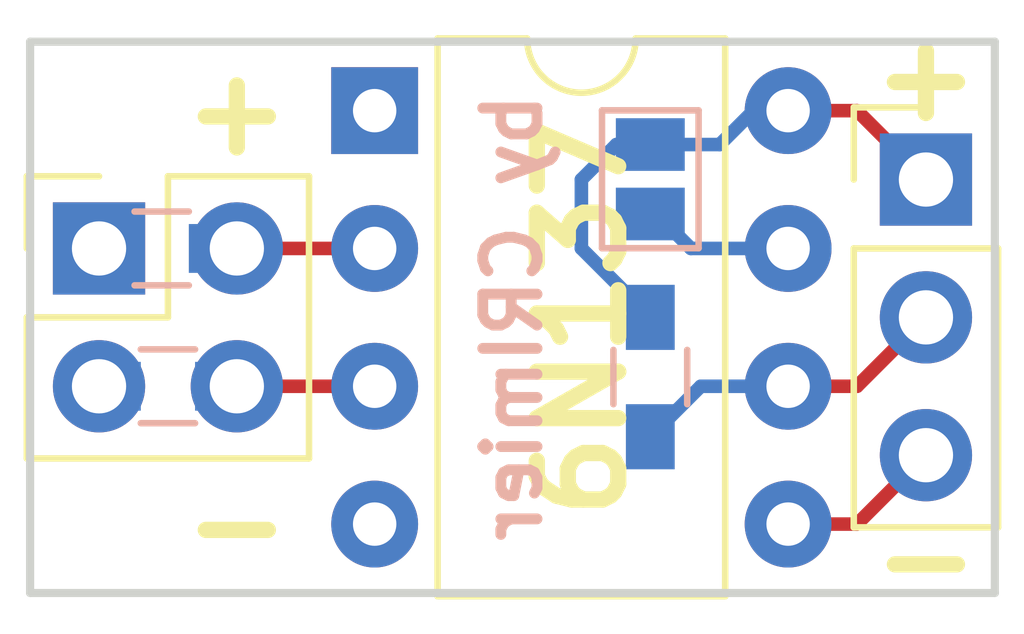
<source format=kicad_pcb>
(kicad_pcb (version 4) (host pcbnew 4.0.7)

  (general
    (links 13)
    (no_connects 0)
    (area 148.514999 107.874999 166.445001 118.185001)
    (thickness 1.6)
    (drawings 10)
    (tracks 20)
    (zones 0)
    (modules 7)
    (nets 9)
  )

  (page A4)
  (layers
    (0 F.Cu signal)
    (31 B.Cu signal)
    (32 B.Adhes user)
    (33 F.Adhes user)
    (34 B.Paste user)
    (35 F.Paste user)
    (36 B.SilkS user)
    (37 F.SilkS user)
    (38 B.Mask user)
    (39 F.Mask user)
    (40 Dwgs.User user)
    (41 Cmts.User user)
    (42 Eco1.User user)
    (43 Eco2.User user)
    (44 Edge.Cuts user)
    (45 Margin user)
    (46 B.CrtYd user)
    (47 F.CrtYd user)
    (48 B.Fab user hide)
    (49 F.Fab user hide)
  )

  (setup
    (last_trace_width 0.25)
    (trace_clearance 0.2)
    (zone_clearance 0.508)
    (zone_45_only no)
    (trace_min 0.2)
    (segment_width 0.2)
    (edge_width 0.15)
    (via_size 0.6)
    (via_drill 0.4)
    (via_min_size 0.4)
    (via_min_drill 0.3)
    (uvia_size 0.3)
    (uvia_drill 0.1)
    (uvias_allowed no)
    (uvia_min_size 0.2)
    (uvia_min_drill 0.1)
    (pcb_text_width 0.3)
    (pcb_text_size 1.5 1.5)
    (mod_edge_width 0.15)
    (mod_text_size 1 1)
    (mod_text_width 0.15)
    (pad_size 1.524 1.524)
    (pad_drill 0.762)
    (pad_to_mask_clearance 0.2)
    (aux_axis_origin 166.37 107.95)
    (visible_elements 7FFFFFFF)
    (pcbplotparams
      (layerselection 0x010f0_80000001)
      (usegerberextensions true)
      (usegerberattributes true)
      (excludeedgelayer true)
      (linewidth 0.100000)
      (plotframeref false)
      (viasonmask false)
      (mode 1)
      (useauxorigin true)
      (hpglpennumber 1)
      (hpglpenspeed 20)
      (hpglpendiameter 15)
      (hpglpenoverlay 2)
      (psnegative false)
      (psa4output false)
      (plotreference true)
      (plotvalue true)
      (plotinvisibletext false)
      (padsonsilk false)
      (subtractmaskfromsilk false)
      (outputformat 1)
      (mirror false)
      (drillshape 0)
      (scaleselection 1)
      (outputdirectory gerbers/))
  )

  (net 0 "")
  (net 1 "Net-(J1-Pad1)")
  (net 2 "Net-(J1-Pad2)")
  (net 3 "Net-(J1-Pad3)")
  (net 4 "Net-(J1-Pad4)")
  (net 5 VCC)
  (net 6 "Net-(J2-Pad2)")
  (net 7 GND)
  (net 8 "Net-(JP1-Pad2)")

  (net_class Default "This is the default net class."
    (clearance 0.2)
    (trace_width 0.25)
    (via_dia 0.6)
    (via_drill 0.4)
    (uvia_dia 0.3)
    (uvia_drill 0.1)
    (add_net GND)
    (add_net "Net-(J1-Pad1)")
    (add_net "Net-(J1-Pad2)")
    (add_net "Net-(J1-Pad3)")
    (add_net "Net-(J1-Pad4)")
    (add_net "Net-(J2-Pad2)")
    (add_net "Net-(JP1-Pad2)")
    (add_net VCC)
  )

  (module Pin_Headers:Pin_Header_Straight_2x02_Pitch2.54mm (layer F.Cu) (tedit 5AE8056E) (tstamp 5AE8050A)
    (at 149.86 111.76)
    (descr "Through hole straight pin header, 2x02, 2.54mm pitch, double rows")
    (tags "Through hole pin header THT 2x02 2.54mm double row")
    (path /5AE81B18)
    (fp_text reference J1 (at 1.27 -2.33) (layer F.SilkS) hide
      (effects (font (size 1 1) (thickness 0.15)))
    )
    (fp_text value Conn_02x02_Odd_Even (at 1.27 4.87) (layer F.Fab)
      (effects (font (size 1 1) (thickness 0.15)))
    )
    (fp_line (start 0 -1.27) (end 3.81 -1.27) (layer F.Fab) (width 0.1))
    (fp_line (start 3.81 -1.27) (end 3.81 3.81) (layer F.Fab) (width 0.1))
    (fp_line (start 3.81 3.81) (end -1.27 3.81) (layer F.Fab) (width 0.1))
    (fp_line (start -1.27 3.81) (end -1.27 0) (layer F.Fab) (width 0.1))
    (fp_line (start -1.27 0) (end 0 -1.27) (layer F.Fab) (width 0.1))
    (fp_line (start -1.33 3.87) (end 3.87 3.87) (layer F.SilkS) (width 0.12))
    (fp_line (start -1.33 1.27) (end -1.33 3.87) (layer F.SilkS) (width 0.12))
    (fp_line (start 3.87 -1.33) (end 3.87 3.87) (layer F.SilkS) (width 0.12))
    (fp_line (start -1.33 1.27) (end 1.27 1.27) (layer F.SilkS) (width 0.12))
    (fp_line (start 1.27 1.27) (end 1.27 -1.33) (layer F.SilkS) (width 0.12))
    (fp_line (start 1.27 -1.33) (end 3.87 -1.33) (layer F.SilkS) (width 0.12))
    (fp_line (start -1.33 0) (end -1.33 -1.33) (layer F.SilkS) (width 0.12))
    (fp_line (start -1.33 -1.33) (end 0 -1.33) (layer F.SilkS) (width 0.12))
    (fp_line (start -1.8 -1.8) (end -1.8 4.35) (layer F.CrtYd) (width 0.05))
    (fp_line (start -1.8 4.35) (end 4.35 4.35) (layer F.CrtYd) (width 0.05))
    (fp_line (start 4.35 4.35) (end 4.35 -1.8) (layer F.CrtYd) (width 0.05))
    (fp_line (start 4.35 -1.8) (end -1.8 -1.8) (layer F.CrtYd) (width 0.05))
    (fp_text user %R (at 1.27 1.27 90) (layer F.Fab)
      (effects (font (size 1 1) (thickness 0.15)))
    )
    (pad 1 thru_hole rect (at 0 0) (size 1.7 1.7) (drill 1) (layers *.Cu *.Mask)
      (net 1 "Net-(J1-Pad1)"))
    (pad 2 thru_hole oval (at 2.54 0) (size 1.7 1.7) (drill 1) (layers *.Cu *.Mask)
      (net 2 "Net-(J1-Pad2)"))
    (pad 3 thru_hole oval (at 0 2.54) (size 1.7 1.7) (drill 1) (layers *.Cu *.Mask)
      (net 3 "Net-(J1-Pad3)"))
    (pad 4 thru_hole oval (at 2.54 2.54) (size 1.7 1.7) (drill 1) (layers *.Cu *.Mask)
      (net 4 "Net-(J1-Pad4)"))
    (model ${KISYS3DMOD}/Pin_Headers.3dshapes/Pin_Header_Straight_2x02_Pitch2.54mm.wrl
      (at (xyz 0 0 0))
      (scale (xyz 1 1 1))
      (rotate (xyz 0 0 0))
    )
  )

  (module Pin_Headers:Pin_Header_Straight_1x03_Pitch2.54mm (layer F.Cu) (tedit 5AE80568) (tstamp 5AE80511)
    (at 165.1 110.49)
    (descr "Through hole straight pin header, 1x03, 2.54mm pitch, single row")
    (tags "Through hole pin header THT 1x03 2.54mm single row")
    (path /5AE81BA7)
    (fp_text reference J2 (at 0 -2.33) (layer F.SilkS) hide
      (effects (font (size 1 1) (thickness 0.15)))
    )
    (fp_text value Conn_01x03 (at 0 7.41) (layer F.Fab)
      (effects (font (size 1 1) (thickness 0.15)))
    )
    (fp_line (start -0.635 -1.27) (end 1.27 -1.27) (layer F.Fab) (width 0.1))
    (fp_line (start 1.27 -1.27) (end 1.27 6.35) (layer F.Fab) (width 0.1))
    (fp_line (start 1.27 6.35) (end -1.27 6.35) (layer F.Fab) (width 0.1))
    (fp_line (start -1.27 6.35) (end -1.27 -0.635) (layer F.Fab) (width 0.1))
    (fp_line (start -1.27 -0.635) (end -0.635 -1.27) (layer F.Fab) (width 0.1))
    (fp_line (start -1.33 6.41) (end 1.33 6.41) (layer F.SilkS) (width 0.12))
    (fp_line (start -1.33 1.27) (end -1.33 6.41) (layer F.SilkS) (width 0.12))
    (fp_line (start 1.33 1.27) (end 1.33 6.41) (layer F.SilkS) (width 0.12))
    (fp_line (start -1.33 1.27) (end 1.33 1.27) (layer F.SilkS) (width 0.12))
    (fp_line (start -1.33 0) (end -1.33 -1.33) (layer F.SilkS) (width 0.12))
    (fp_line (start -1.33 -1.33) (end 0 -1.33) (layer F.SilkS) (width 0.12))
    (fp_line (start -1.8 -1.8) (end -1.8 6.85) (layer F.CrtYd) (width 0.05))
    (fp_line (start -1.8 6.85) (end 1.8 6.85) (layer F.CrtYd) (width 0.05))
    (fp_line (start 1.8 6.85) (end 1.8 -1.8) (layer F.CrtYd) (width 0.05))
    (fp_line (start 1.8 -1.8) (end -1.8 -1.8) (layer F.CrtYd) (width 0.05))
    (fp_text user %R (at 0 2.54 90) (layer F.Fab)
      (effects (font (size 1 1) (thickness 0.15)))
    )
    (pad 1 thru_hole rect (at 0 0) (size 1.7 1.7) (drill 1) (layers *.Cu *.Mask)
      (net 5 VCC))
    (pad 2 thru_hole oval (at 0 2.54) (size 1.7 1.7) (drill 1) (layers *.Cu *.Mask)
      (net 6 "Net-(J2-Pad2)"))
    (pad 3 thru_hole oval (at 0 5.08) (size 1.7 1.7) (drill 1) (layers *.Cu *.Mask)
      (net 7 GND))
    (model ${KISYS3DMOD}/Pin_Headers.3dshapes/Pin_Header_Straight_1x03_Pitch2.54mm.wrl
      (at (xyz 0 0 0))
      (scale (xyz 1 1 1))
      (rotate (xyz 0 0 0))
    )
  )

  (module Connect:GS2 (layer B.Cu) (tedit 5AE80563) (tstamp 5AE80517)
    (at 160.02 110.485 180)
    (descr "2-pin solder bridge")
    (tags "solder bridge")
    (path /5AE81C30)
    (attr smd)
    (fp_text reference JP1 (at 1.78 0 270) (layer B.SilkS) hide
      (effects (font (size 1 1) (thickness 0.15)) (justify mirror))
    )
    (fp_text value Jumper_NO_Small (at -1.8 0 450) (layer B.Fab)
      (effects (font (size 1 1) (thickness 0.15)) (justify mirror))
    )
    (fp_line (start 1.1 1.45) (end 1.1 -1.5) (layer B.CrtYd) (width 0.05))
    (fp_line (start 1.1 -1.5) (end -1.1 -1.5) (layer B.CrtYd) (width 0.05))
    (fp_line (start -1.1 -1.5) (end -1.1 1.45) (layer B.CrtYd) (width 0.05))
    (fp_line (start -1.1 1.45) (end 1.1 1.45) (layer B.CrtYd) (width 0.05))
    (fp_line (start -0.89 1.27) (end -0.89 -1.27) (layer B.SilkS) (width 0.12))
    (fp_line (start 0.89 -1.27) (end 0.89 1.27) (layer B.SilkS) (width 0.12))
    (fp_line (start 0.89 -1.27) (end -0.89 -1.27) (layer B.SilkS) (width 0.12))
    (fp_line (start -0.89 1.27) (end 0.89 1.27) (layer B.SilkS) (width 0.12))
    (pad 1 smd rect (at 0 0.64 180) (size 1.27 0.97) (layers B.Cu B.Paste B.Mask)
      (net 5 VCC))
    (pad 2 smd rect (at 0 -0.64 180) (size 1.27 0.97) (layers B.Cu B.Paste B.Mask)
      (net 8 "Net-(JP1-Pad2)"))
  )

  (module Resistors_SMD:R_0603 (layer B.Cu) (tedit 5AE80572) (tstamp 5AE8051D)
    (at 151.015 111.76)
    (descr "Resistor SMD 0603, reflow soldering, Vishay (see dcrcw.pdf)")
    (tags "resistor 0603")
    (path /5AE81D36)
    (attr smd)
    (fp_text reference R1 (at 0 1.45) (layer B.SilkS) hide
      (effects (font (size 1 1) (thickness 0.15)) (justify mirror))
    )
    (fp_text value R_Small (at 0 -1.5) (layer B.Fab)
      (effects (font (size 1 1) (thickness 0.15)) (justify mirror))
    )
    (fp_text user %R (at 0 0) (layer B.Fab)
      (effects (font (size 0.4 0.4) (thickness 0.075)) (justify mirror))
    )
    (fp_line (start -0.8 -0.4) (end -0.8 0.4) (layer B.Fab) (width 0.1))
    (fp_line (start 0.8 -0.4) (end -0.8 -0.4) (layer B.Fab) (width 0.1))
    (fp_line (start 0.8 0.4) (end 0.8 -0.4) (layer B.Fab) (width 0.1))
    (fp_line (start -0.8 0.4) (end 0.8 0.4) (layer B.Fab) (width 0.1))
    (fp_line (start 0.5 -0.68) (end -0.5 -0.68) (layer B.SilkS) (width 0.12))
    (fp_line (start -0.5 0.68) (end 0.5 0.68) (layer B.SilkS) (width 0.12))
    (fp_line (start -1.25 0.7) (end 1.25 0.7) (layer B.CrtYd) (width 0.05))
    (fp_line (start -1.25 0.7) (end -1.25 -0.7) (layer B.CrtYd) (width 0.05))
    (fp_line (start 1.25 -0.7) (end 1.25 0.7) (layer B.CrtYd) (width 0.05))
    (fp_line (start 1.25 -0.7) (end -1.25 -0.7) (layer B.CrtYd) (width 0.05))
    (pad 1 smd rect (at -0.75 0) (size 0.5 0.9) (layers B.Cu B.Paste B.Mask)
      (net 1 "Net-(J1-Pad1)"))
    (pad 2 smd rect (at 0.75 0) (size 0.5 0.9) (layers B.Cu B.Paste B.Mask)
      (net 2 "Net-(J1-Pad2)"))
    (model ${KISYS3DMOD}/Resistors_SMD.3dshapes/R_0603.wrl
      (at (xyz 0 0 0))
      (scale (xyz 1 1 1))
      (rotate (xyz 0 0 0))
    )
  )

  (module Resistors_SMD:R_0603 (layer B.Cu) (tedit 5AE80576) (tstamp 5AE80523)
    (at 151.13 114.3 180)
    (descr "Resistor SMD 0603, reflow soldering, Vishay (see dcrcw.pdf)")
    (tags "resistor 0603")
    (path /5AE81D79)
    (attr smd)
    (fp_text reference R2 (at 0 1.45 180) (layer B.SilkS) hide
      (effects (font (size 1 1) (thickness 0.15)) (justify mirror))
    )
    (fp_text value R_Small (at 0 -1.5 180) (layer B.Fab)
      (effects (font (size 1 1) (thickness 0.15)) (justify mirror))
    )
    (fp_text user %R (at 0 0 180) (layer B.Fab)
      (effects (font (size 0.4 0.4) (thickness 0.075)) (justify mirror))
    )
    (fp_line (start -0.8 -0.4) (end -0.8 0.4) (layer B.Fab) (width 0.1))
    (fp_line (start 0.8 -0.4) (end -0.8 -0.4) (layer B.Fab) (width 0.1))
    (fp_line (start 0.8 0.4) (end 0.8 -0.4) (layer B.Fab) (width 0.1))
    (fp_line (start -0.8 0.4) (end 0.8 0.4) (layer B.Fab) (width 0.1))
    (fp_line (start 0.5 -0.68) (end -0.5 -0.68) (layer B.SilkS) (width 0.12))
    (fp_line (start -0.5 0.68) (end 0.5 0.68) (layer B.SilkS) (width 0.12))
    (fp_line (start -1.25 0.7) (end 1.25 0.7) (layer B.CrtYd) (width 0.05))
    (fp_line (start -1.25 0.7) (end -1.25 -0.7) (layer B.CrtYd) (width 0.05))
    (fp_line (start 1.25 -0.7) (end 1.25 0.7) (layer B.CrtYd) (width 0.05))
    (fp_line (start 1.25 -0.7) (end -1.25 -0.7) (layer B.CrtYd) (width 0.05))
    (pad 1 smd rect (at -0.75 0 180) (size 0.5 0.9) (layers B.Cu B.Paste B.Mask)
      (net 4 "Net-(J1-Pad4)"))
    (pad 2 smd rect (at 0.75 0 180) (size 0.5 0.9) (layers B.Cu B.Paste B.Mask)
      (net 3 "Net-(J1-Pad3)"))
    (model ${KISYS3DMOD}/Resistors_SMD.3dshapes/R_0603.wrl
      (at (xyz 0 0 0))
      (scale (xyz 1 1 1))
      (rotate (xyz 0 0 0))
    )
  )

  (module Resistors_SMD:R_0603_HandSoldering (layer B.Cu) (tedit 5AE80565) (tstamp 5AE80529)
    (at 160.02 114.13 270)
    (descr "Resistor SMD 0603, hand soldering")
    (tags "resistor 0603")
    (path /5AE81B65)
    (attr smd)
    (fp_text reference R3 (at 0 1.45 270) (layer B.SilkS) hide
      (effects (font (size 1 1) (thickness 0.15)) (justify mirror))
    )
    (fp_text value R_Small (at 0 -1.55 270) (layer B.Fab)
      (effects (font (size 1 1) (thickness 0.15)) (justify mirror))
    )
    (fp_text user %R (at 0 0 270) (layer B.Fab)
      (effects (font (size 0.4 0.4) (thickness 0.075)) (justify mirror))
    )
    (fp_line (start -0.8 -0.4) (end -0.8 0.4) (layer B.Fab) (width 0.1))
    (fp_line (start 0.8 -0.4) (end -0.8 -0.4) (layer B.Fab) (width 0.1))
    (fp_line (start 0.8 0.4) (end 0.8 -0.4) (layer B.Fab) (width 0.1))
    (fp_line (start -0.8 0.4) (end 0.8 0.4) (layer B.Fab) (width 0.1))
    (fp_line (start 0.5 -0.68) (end -0.5 -0.68) (layer B.SilkS) (width 0.12))
    (fp_line (start -0.5 0.68) (end 0.5 0.68) (layer B.SilkS) (width 0.12))
    (fp_line (start -1.96 0.7) (end 1.95 0.7) (layer B.CrtYd) (width 0.05))
    (fp_line (start -1.96 0.7) (end -1.96 -0.7) (layer B.CrtYd) (width 0.05))
    (fp_line (start 1.95 -0.7) (end 1.95 0.7) (layer B.CrtYd) (width 0.05))
    (fp_line (start 1.95 -0.7) (end -1.96 -0.7) (layer B.CrtYd) (width 0.05))
    (pad 1 smd rect (at -1.1 0 270) (size 1.2 0.9) (layers B.Cu B.Paste B.Mask)
      (net 5 VCC))
    (pad 2 smd rect (at 1.1 0 270) (size 1.2 0.9) (layers B.Cu B.Paste B.Mask)
      (net 6 "Net-(J2-Pad2)"))
    (model ${KISYS3DMOD}/Resistors_SMD.3dshapes/R_0603.wrl
      (at (xyz 0 0 0))
      (scale (xyz 1 1 1))
      (rotate (xyz 0 0 0))
    )
  )

  (module Housings_DIP:DIP-8_W7.62mm (layer F.Cu) (tedit 5AE8056A) (tstamp 5AE80535)
    (at 154.94 109.22)
    (descr "8-lead though-hole mounted DIP package, row spacing 7.62 mm (300 mils)")
    (tags "THT DIP DIL PDIP 2.54mm 7.62mm 300mil")
    (path /5AE81A80)
    (fp_text reference U1 (at 3.81 -2.33) (layer F.SilkS) hide
      (effects (font (size 1 1) (thickness 0.15)))
    )
    (fp_text value 6N137 (at 3.81 9.95) (layer F.Fab)
      (effects (font (size 1 1) (thickness 0.15)))
    )
    (fp_arc (start 3.81 -1.33) (end 2.81 -1.33) (angle -180) (layer F.SilkS) (width 0.12))
    (fp_line (start 1.635 -1.27) (end 6.985 -1.27) (layer F.Fab) (width 0.1))
    (fp_line (start 6.985 -1.27) (end 6.985 8.89) (layer F.Fab) (width 0.1))
    (fp_line (start 6.985 8.89) (end 0.635 8.89) (layer F.Fab) (width 0.1))
    (fp_line (start 0.635 8.89) (end 0.635 -0.27) (layer F.Fab) (width 0.1))
    (fp_line (start 0.635 -0.27) (end 1.635 -1.27) (layer F.Fab) (width 0.1))
    (fp_line (start 2.81 -1.33) (end 1.16 -1.33) (layer F.SilkS) (width 0.12))
    (fp_line (start 1.16 -1.33) (end 1.16 8.95) (layer F.SilkS) (width 0.12))
    (fp_line (start 1.16 8.95) (end 6.46 8.95) (layer F.SilkS) (width 0.12))
    (fp_line (start 6.46 8.95) (end 6.46 -1.33) (layer F.SilkS) (width 0.12))
    (fp_line (start 6.46 -1.33) (end 4.81 -1.33) (layer F.SilkS) (width 0.12))
    (fp_line (start -1.1 -1.55) (end -1.1 9.15) (layer F.CrtYd) (width 0.05))
    (fp_line (start -1.1 9.15) (end 8.7 9.15) (layer F.CrtYd) (width 0.05))
    (fp_line (start 8.7 9.15) (end 8.7 -1.55) (layer F.CrtYd) (width 0.05))
    (fp_line (start 8.7 -1.55) (end -1.1 -1.55) (layer F.CrtYd) (width 0.05))
    (fp_text user %R (at 3.81 3.81) (layer F.Fab)
      (effects (font (size 1 1) (thickness 0.15)))
    )
    (pad 1 thru_hole rect (at 0 0) (size 1.6 1.6) (drill 0.8) (layers *.Cu *.Mask))
    (pad 5 thru_hole oval (at 7.62 7.62) (size 1.6 1.6) (drill 0.8) (layers *.Cu *.Mask)
      (net 7 GND))
    (pad 2 thru_hole oval (at 0 2.54) (size 1.6 1.6) (drill 0.8) (layers *.Cu *.Mask)
      (net 2 "Net-(J1-Pad2)"))
    (pad 6 thru_hole oval (at 7.62 5.08) (size 1.6 1.6) (drill 0.8) (layers *.Cu *.Mask)
      (net 6 "Net-(J2-Pad2)"))
    (pad 3 thru_hole oval (at 0 5.08) (size 1.6 1.6) (drill 0.8) (layers *.Cu *.Mask)
      (net 4 "Net-(J1-Pad4)"))
    (pad 7 thru_hole oval (at 7.62 2.54) (size 1.6 1.6) (drill 0.8) (layers *.Cu *.Mask)
      (net 8 "Net-(JP1-Pad2)"))
    (pad 4 thru_hole oval (at 0 7.62) (size 1.6 1.6) (drill 0.8) (layers *.Cu *.Mask))
    (pad 8 thru_hole oval (at 7.62 0) (size 1.6 1.6) (drill 0.8) (layers *.Cu *.Mask)
      (net 5 VCC))
    (model ${KISYS3DMOD}/Housings_DIP.3dshapes/DIP-8_W7.62mm.wrl
      (at (xyz 0 0 0))
      (scale (xyz 1 1 1))
      (rotate (xyz 0 0 0))
    )
  )

  (gr_text "by CRImier" (at 157.48 113.03 90) (layer B.SilkS)
    (effects (font (size 1 1) (thickness 0.2)) (justify mirror))
  )
  (gr_text - (at 165.1 117.475) (layer F.SilkS)
    (effects (font (size 1.5 1.5) (thickness 0.3)))
  )
  (gr_text + (at 165.1 108.585) (layer F.SilkS)
    (effects (font (size 1.5 1.5) (thickness 0.3)))
  )
  (gr_text - (at 152.4 116.84) (layer F.SilkS)
    (effects (font (size 1.5 1.5) (thickness 0.3)))
  )
  (gr_text + (at 152.4 109.22) (layer F.SilkS)
    (effects (font (size 1.5 1.5) (thickness 0.3)))
  )
  (gr_text 6N137 (at 158.75 113.03 90) (layer F.SilkS)
    (effects (font (size 1.5 1.5) (thickness 0.3)))
  )
  (gr_line (start 166.37 107.95) (end 148.59 107.95) (layer Edge.Cuts) (width 0.15))
  (gr_line (start 166.37 118.11) (end 166.37 107.95) (layer Edge.Cuts) (width 0.15))
  (gr_line (start 148.59 118.11) (end 166.37 118.11) (layer Edge.Cuts) (width 0.15))
  (gr_line (start 148.59 107.95) (end 148.59 118.11) (layer Edge.Cuts) (width 0.15))

  (segment (start 152.4 111.76) (end 154.94 111.76) (width 0.25) (layer F.Cu) (net 2))
  (segment (start 152.4 114.3) (end 154.94 114.3) (width 0.25) (layer F.Cu) (net 4))
  (segment (start 158.75 110.49) (end 158.75 111.76) (width 0.25) (layer B.Cu) (net 5))
  (segment (start 158.75 111.76) (end 160.02 113.03) (width 0.25) (layer B.Cu) (net 5))
  (segment (start 159.395 109.845) (end 158.75 110.49) (width 0.25) (layer B.Cu) (net 5))
  (segment (start 160.02 109.845) (end 159.395 109.845) (width 0.25) (layer B.Cu) (net 5))
  (segment (start 161.925 109.22) (end 161.3 109.845) (width 0.25) (layer B.Cu) (net 5))
  (segment (start 161.3 109.845) (end 160.02 109.845) (width 0.25) (layer B.Cu) (net 5))
  (segment (start 162.56 109.22) (end 161.925 109.22) (width 0.25) (layer B.Cu) (net 5))
  (segment (start 162.56 109.22) (end 163.83 109.22) (width 0.25) (layer F.Cu) (net 5))
  (segment (start 163.83 109.22) (end 165.1 110.49) (width 0.25) (layer F.Cu) (net 5))
  (segment (start 162.56 114.3) (end 160.95 114.3) (width 0.25) (layer B.Cu) (net 6))
  (segment (start 160.95 114.3) (end 160.02 115.23) (width 0.25) (layer B.Cu) (net 6))
  (segment (start 162.56 114.3) (end 163.83 114.3) (width 0.25) (layer F.Cu) (net 6))
  (segment (start 163.83 114.3) (end 165.1 113.03) (width 0.25) (layer F.Cu) (net 6))
  (segment (start 162.56 116.84) (end 163.83 116.84) (width 0.25) (layer F.Cu) (net 7))
  (segment (start 163.83 116.84) (end 165.1 115.57) (width 0.25) (layer F.Cu) (net 7))
  (segment (start 162.56 111.76) (end 160.767585 111.76) (width 0.25) (layer B.Cu) (net 8))
  (segment (start 160.767585 111.76) (end 160.132585 111.125) (width 0.25) (layer B.Cu) (net 8))
  (segment (start 160.132585 111.125) (end 160.02 111.125) (width 0.25) (layer B.Cu) (net 8))

)

</source>
